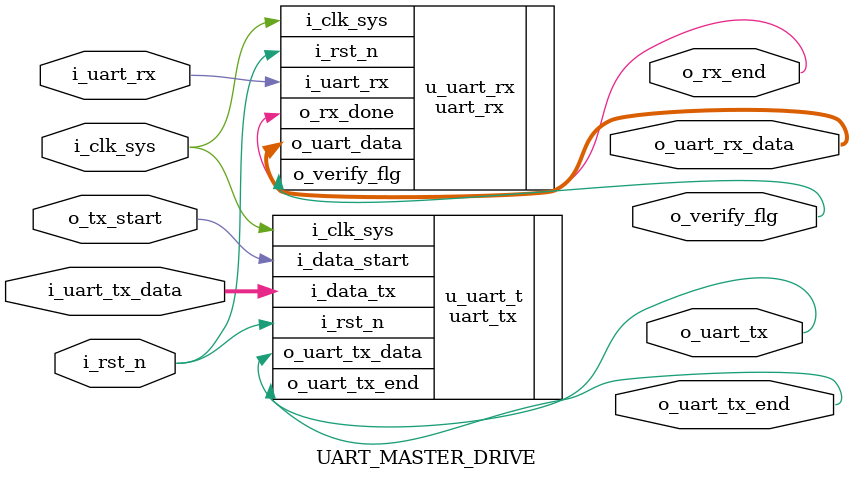
<source format=v>
`timescale 1ns / 1ps


module UART_MASTER_DRIVE
#(
    parameter CLK_FRE = 50,         //Ê±ÖÓÆµÂÊ£¬Ä¬ÈÏÊ±ÖÓÆµÂÊÎª50MHz
    parameter DATA_WIDTH = 8,       //ÓÐÐ§Êý¾ÝÎ»£¬È±Ê¡Îª8Î»
    parameter PARITY_ON = 1'd0,        //Ð£ÑéÎ»£¬1ÎªÓÐÐ£ÑéÎ»£¬0ÎªÎÞÐ£ÑéÎ»£¬È±Ê¡Îª0
    parameter PARITY_TYPE = 1'd0,      //Ð£ÑéÀàÐÍ£¬1ÎªÆæÐ£Ñé£¬0ÎªÅ¼Ð£Ñé£¬È±Ê¡ÎªÅ¼Ð£Ñé
    parameter BAUD_RATE = 16'd9600      //²¨ÌØÂÊ£¬È±Ê¡Îª9600
)

(
    input         i_clk_sys,
    input         i_rst_n,

    input         i_uart_rx,
    output [7:0]  o_uart_rx_data,       
    output        o_rx_end,
    output        o_verify_flg, 
    
    output        o_uart_tx,        
    input  [7:0]  i_uart_tx_data,
    input         o_tx_start,      
    output        o_uart_tx_end
    );
        
    
    uart_rx 
    #(
            .CLK_FRE(50),         
            .DATA_WIDTH(DATA_WIDTH),       
            .PARITY_ON(PARITY_ON),        
            .PARITY_TYPE(PARITY_TYPE),
            .BAUD_RATE(BAUD_RATE)     
    ) u_uart_rx
    (
        .i_clk_sys(i_clk_sys),       
        .i_rst_n(i_rst_n),           
        .i_uart_rx(i_uart_rx),       
        .o_uart_data(o_uart_rx_data),  
        .o_verify_flg(o_verify_flg), 
        .o_rx_done(o_rx_end)           
    );
    
    uart_tx
    #(
        .CLK_FRE(50),                  
        .DATA_WIDTH(DATA_WIDTH),       
        .PARITY_ON(PARITY_ON),         
        .PARITY_TYPE(PARITY_TYPE),     
        .BAUD_RATE(BAUD_RATE)          
    ) u_uart_t
    (   .i_clk_sys      (i_clk_sys),   
        .i_rst_n        (i_rst_n),     
        .i_data_tx      (i_uart_tx_data),
        .i_data_start   (o_tx_start),    
        .o_uart_tx_data (o_uart_tx),   
        .o_uart_tx_end  (o_uart_tx_end)  
        
        );    

    
    
endmodule

</source>
